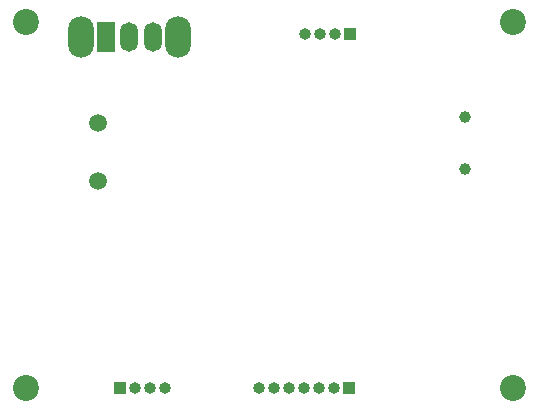
<source format=gbr>
%TF.GenerationSoftware,KiCad,Pcbnew,8.0.2*%
%TF.CreationDate,2024-06-15T16:53:24+02:00*%
%TF.ProjectId,KiCad_STM32_F105RCT6TR,4b694361-645f-4535-944d-33325f463130,v 1.0*%
%TF.SameCoordinates,Original*%
%TF.FileFunction,Soldermask,Bot*%
%TF.FilePolarity,Negative*%
%FSLAX46Y46*%
G04 Gerber Fmt 4.6, Leading zero omitted, Abs format (unit mm)*
G04 Created by KiCad (PCBNEW 8.0.2) date 2024-06-15 16:53:24*
%MOMM*%
%LPD*%
G01*
G04 APERTURE LIST*
%ADD10C,2.200000*%
%ADD11O,1.000000X1.000000*%
%ADD12R,1.000000X1.000000*%
%ADD13C,1.500000*%
%ADD14C,1.000000*%
%ADD15O,1.500000X2.500000*%
%ADD16R,1.500000X2.500000*%
%ADD17O,2.200000X3.500000*%
G04 APERTURE END LIST*
D10*
%TO.C,H2*%
X127500000Y-53000000D03*
%TD*%
D11*
%TO.C,SWD*%
X109860000Y-54000000D03*
X111130000Y-54000000D03*
X112400000Y-54000000D03*
D12*
X113670000Y-54000000D03*
%TD*%
D11*
%TO.C,OLED*%
X106000000Y-84000000D03*
X107270000Y-84000000D03*
X108540000Y-84000000D03*
X109810000Y-84000000D03*
X111080000Y-84000000D03*
X112350000Y-84000000D03*
D12*
X113620000Y-84000000D03*
%TD*%
D13*
%TO.C,Y1*%
X92325000Y-61550000D03*
X92325000Y-66430000D03*
%TD*%
D14*
%TO.C,USB*%
X123425000Y-61000000D03*
X123425000Y-65400000D03*
%TD*%
D15*
%TO.C,BOOT*%
X97000000Y-54250000D03*
X95000000Y-54250000D03*
D16*
X93000000Y-54250000D03*
D17*
X99100000Y-54250000D03*
X90900000Y-54250000D03*
%TD*%
D10*
%TO.C,H1*%
X86280000Y-53000000D03*
%TD*%
%TO.C,H3*%
X127460000Y-83980000D03*
%TD*%
D11*
%TO.C,PULSE*%
X98000000Y-84000000D03*
X96730000Y-84000000D03*
X95460000Y-84000000D03*
D12*
X94190000Y-84000000D03*
%TD*%
D10*
%TO.C,H4*%
X86250000Y-83980000D03*
%TD*%
M02*

</source>
